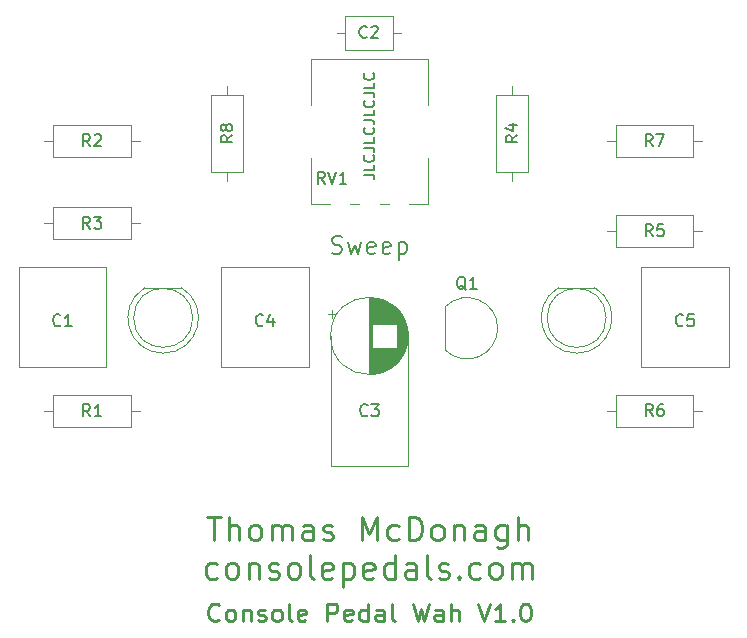
<source format=gbr>
G04 #@! TF.GenerationSoftware,KiCad,Pcbnew,(5.1.7)-1*
G04 #@! TF.CreationDate,2021-08-29T16:11:20-05:00*
G04 #@! TF.ProjectId,ConsolePedalWah,436f6e73-6f6c-4655-9065-64616c576168,rev?*
G04 #@! TF.SameCoordinates,Original*
G04 #@! TF.FileFunction,Legend,Top*
G04 #@! TF.FilePolarity,Positive*
%FSLAX46Y46*%
G04 Gerber Fmt 4.6, Leading zero omitted, Abs format (unit mm)*
G04 Created by KiCad (PCBNEW (5.1.7)-1) date 2021-08-29 16:11:20*
%MOMM*%
%LPD*%
G01*
G04 APERTURE LIST*
%ADD10C,0.200000*%
%ADD11C,0.150000*%
%ADD12C,0.250000*%
%ADD13C,0.120000*%
G04 APERTURE END LIST*
D10*
X129536428Y-90777142D02*
X129750714Y-90848571D01*
X130107857Y-90848571D01*
X130250714Y-90777142D01*
X130322142Y-90705714D01*
X130393571Y-90562857D01*
X130393571Y-90420000D01*
X130322142Y-90277142D01*
X130250714Y-90205714D01*
X130107857Y-90134285D01*
X129822142Y-90062857D01*
X129679285Y-89991428D01*
X129607857Y-89920000D01*
X129536428Y-89777142D01*
X129536428Y-89634285D01*
X129607857Y-89491428D01*
X129679285Y-89420000D01*
X129822142Y-89348571D01*
X130179285Y-89348571D01*
X130393571Y-89420000D01*
X130893571Y-89848571D02*
X131179285Y-90848571D01*
X131465000Y-90134285D01*
X131750714Y-90848571D01*
X132036428Y-89848571D01*
X133179285Y-90777142D02*
X133036428Y-90848571D01*
X132750714Y-90848571D01*
X132607857Y-90777142D01*
X132536428Y-90634285D01*
X132536428Y-90062857D01*
X132607857Y-89920000D01*
X132750714Y-89848571D01*
X133036428Y-89848571D01*
X133179285Y-89920000D01*
X133250714Y-90062857D01*
X133250714Y-90205714D01*
X132536428Y-90348571D01*
X134465000Y-90777142D02*
X134322142Y-90848571D01*
X134036428Y-90848571D01*
X133893571Y-90777142D01*
X133822142Y-90634285D01*
X133822142Y-90062857D01*
X133893571Y-89920000D01*
X134036428Y-89848571D01*
X134322142Y-89848571D01*
X134465000Y-89920000D01*
X134536428Y-90062857D01*
X134536428Y-90205714D01*
X133822142Y-90348571D01*
X135179285Y-89848571D02*
X135179285Y-91348571D01*
X135179285Y-89920000D02*
X135322142Y-89848571D01*
X135607857Y-89848571D01*
X135750714Y-89920000D01*
X135822142Y-89991428D01*
X135893571Y-90134285D01*
X135893571Y-90562857D01*
X135822142Y-90705714D01*
X135750714Y-90777142D01*
X135607857Y-90848571D01*
X135322142Y-90848571D01*
X135179285Y-90777142D01*
D11*
X132222142Y-84167142D02*
X132865000Y-84167142D01*
X132993571Y-84210000D01*
X133079285Y-84295714D01*
X133122142Y-84424285D01*
X133122142Y-84510000D01*
X133122142Y-83310000D02*
X133122142Y-83738571D01*
X132222142Y-83738571D01*
X133036428Y-82495714D02*
X133079285Y-82538571D01*
X133122142Y-82667142D01*
X133122142Y-82752857D01*
X133079285Y-82881428D01*
X132993571Y-82967142D01*
X132907857Y-83010000D01*
X132736428Y-83052857D01*
X132607857Y-83052857D01*
X132436428Y-83010000D01*
X132350714Y-82967142D01*
X132265000Y-82881428D01*
X132222142Y-82752857D01*
X132222142Y-82667142D01*
X132265000Y-82538571D01*
X132307857Y-82495714D01*
X132222142Y-81852857D02*
X132865000Y-81852857D01*
X132993571Y-81895714D01*
X133079285Y-81981428D01*
X133122142Y-82110000D01*
X133122142Y-82195714D01*
X133122142Y-80995714D02*
X133122142Y-81424285D01*
X132222142Y-81424285D01*
X133036428Y-80181428D02*
X133079285Y-80224285D01*
X133122142Y-80352857D01*
X133122142Y-80438571D01*
X133079285Y-80567142D01*
X132993571Y-80652857D01*
X132907857Y-80695714D01*
X132736428Y-80738571D01*
X132607857Y-80738571D01*
X132436428Y-80695714D01*
X132350714Y-80652857D01*
X132265000Y-80567142D01*
X132222142Y-80438571D01*
X132222142Y-80352857D01*
X132265000Y-80224285D01*
X132307857Y-80181428D01*
X132222142Y-79538571D02*
X132865000Y-79538571D01*
X132993571Y-79581428D01*
X133079285Y-79667142D01*
X133122142Y-79795714D01*
X133122142Y-79881428D01*
X133122142Y-78681428D02*
X133122142Y-79110000D01*
X132222142Y-79110000D01*
X133036428Y-77867142D02*
X133079285Y-77910000D01*
X133122142Y-78038571D01*
X133122142Y-78124285D01*
X133079285Y-78252857D01*
X132993571Y-78338571D01*
X132907857Y-78381428D01*
X132736428Y-78424285D01*
X132607857Y-78424285D01*
X132436428Y-78381428D01*
X132350714Y-78338571D01*
X132265000Y-78252857D01*
X132222142Y-78124285D01*
X132222142Y-78038571D01*
X132265000Y-77910000D01*
X132307857Y-77867142D01*
X132222142Y-77224285D02*
X132865000Y-77224285D01*
X132993571Y-77267142D01*
X133079285Y-77352857D01*
X133122142Y-77481428D01*
X133122142Y-77567142D01*
X133122142Y-76367142D02*
X133122142Y-76795714D01*
X132222142Y-76795714D01*
X133036428Y-75552857D02*
X133079285Y-75595714D01*
X133122142Y-75724285D01*
X133122142Y-75810000D01*
X133079285Y-75938571D01*
X132993571Y-76024285D01*
X132907857Y-76067142D01*
X132736428Y-76110000D01*
X132607857Y-76110000D01*
X132436428Y-76067142D01*
X132350714Y-76024285D01*
X132265000Y-75938571D01*
X132222142Y-75810000D01*
X132222142Y-75724285D01*
X132265000Y-75595714D01*
X132307857Y-75552857D01*
D12*
X120000714Y-121820714D02*
X119929285Y-121892142D01*
X119715000Y-121963571D01*
X119572142Y-121963571D01*
X119357857Y-121892142D01*
X119215000Y-121749285D01*
X119143571Y-121606428D01*
X119072142Y-121320714D01*
X119072142Y-121106428D01*
X119143571Y-120820714D01*
X119215000Y-120677857D01*
X119357857Y-120535000D01*
X119572142Y-120463571D01*
X119715000Y-120463571D01*
X119929285Y-120535000D01*
X120000714Y-120606428D01*
X120857857Y-121963571D02*
X120715000Y-121892142D01*
X120643571Y-121820714D01*
X120572142Y-121677857D01*
X120572142Y-121249285D01*
X120643571Y-121106428D01*
X120715000Y-121035000D01*
X120857857Y-120963571D01*
X121072142Y-120963571D01*
X121215000Y-121035000D01*
X121286428Y-121106428D01*
X121357857Y-121249285D01*
X121357857Y-121677857D01*
X121286428Y-121820714D01*
X121215000Y-121892142D01*
X121072142Y-121963571D01*
X120857857Y-121963571D01*
X122000714Y-120963571D02*
X122000714Y-121963571D01*
X122000714Y-121106428D02*
X122072142Y-121035000D01*
X122215000Y-120963571D01*
X122429285Y-120963571D01*
X122572142Y-121035000D01*
X122643571Y-121177857D01*
X122643571Y-121963571D01*
X123286428Y-121892142D02*
X123429285Y-121963571D01*
X123715000Y-121963571D01*
X123857857Y-121892142D01*
X123929285Y-121749285D01*
X123929285Y-121677857D01*
X123857857Y-121535000D01*
X123715000Y-121463571D01*
X123500714Y-121463571D01*
X123357857Y-121392142D01*
X123286428Y-121249285D01*
X123286428Y-121177857D01*
X123357857Y-121035000D01*
X123500714Y-120963571D01*
X123715000Y-120963571D01*
X123857857Y-121035000D01*
X124786428Y-121963571D02*
X124643571Y-121892142D01*
X124572142Y-121820714D01*
X124500714Y-121677857D01*
X124500714Y-121249285D01*
X124572142Y-121106428D01*
X124643571Y-121035000D01*
X124786428Y-120963571D01*
X125000714Y-120963571D01*
X125143571Y-121035000D01*
X125215000Y-121106428D01*
X125286428Y-121249285D01*
X125286428Y-121677857D01*
X125215000Y-121820714D01*
X125143571Y-121892142D01*
X125000714Y-121963571D01*
X124786428Y-121963571D01*
X126143571Y-121963571D02*
X126000714Y-121892142D01*
X125929285Y-121749285D01*
X125929285Y-120463571D01*
X127286428Y-121892142D02*
X127143571Y-121963571D01*
X126857857Y-121963571D01*
X126715000Y-121892142D01*
X126643571Y-121749285D01*
X126643571Y-121177857D01*
X126715000Y-121035000D01*
X126857857Y-120963571D01*
X127143571Y-120963571D01*
X127286428Y-121035000D01*
X127357857Y-121177857D01*
X127357857Y-121320714D01*
X126643571Y-121463571D01*
X129143571Y-121963571D02*
X129143571Y-120463571D01*
X129715000Y-120463571D01*
X129857857Y-120535000D01*
X129929285Y-120606428D01*
X130000714Y-120749285D01*
X130000714Y-120963571D01*
X129929285Y-121106428D01*
X129857857Y-121177857D01*
X129715000Y-121249285D01*
X129143571Y-121249285D01*
X131215000Y-121892142D02*
X131072142Y-121963571D01*
X130786428Y-121963571D01*
X130643571Y-121892142D01*
X130572142Y-121749285D01*
X130572142Y-121177857D01*
X130643571Y-121035000D01*
X130786428Y-120963571D01*
X131072142Y-120963571D01*
X131215000Y-121035000D01*
X131286428Y-121177857D01*
X131286428Y-121320714D01*
X130572142Y-121463571D01*
X132572142Y-121963571D02*
X132572142Y-120463571D01*
X132572142Y-121892142D02*
X132429285Y-121963571D01*
X132143571Y-121963571D01*
X132000714Y-121892142D01*
X131929285Y-121820714D01*
X131857857Y-121677857D01*
X131857857Y-121249285D01*
X131929285Y-121106428D01*
X132000714Y-121035000D01*
X132143571Y-120963571D01*
X132429285Y-120963571D01*
X132572142Y-121035000D01*
X133929285Y-121963571D02*
X133929285Y-121177857D01*
X133857857Y-121035000D01*
X133715000Y-120963571D01*
X133429285Y-120963571D01*
X133286428Y-121035000D01*
X133929285Y-121892142D02*
X133786428Y-121963571D01*
X133429285Y-121963571D01*
X133286428Y-121892142D01*
X133215000Y-121749285D01*
X133215000Y-121606428D01*
X133286428Y-121463571D01*
X133429285Y-121392142D01*
X133786428Y-121392142D01*
X133929285Y-121320714D01*
X134857857Y-121963571D02*
X134715000Y-121892142D01*
X134643571Y-121749285D01*
X134643571Y-120463571D01*
X136429285Y-120463571D02*
X136786428Y-121963571D01*
X137072142Y-120892142D01*
X137357857Y-121963571D01*
X137715000Y-120463571D01*
X138929285Y-121963571D02*
X138929285Y-121177857D01*
X138857857Y-121035000D01*
X138715000Y-120963571D01*
X138429285Y-120963571D01*
X138286428Y-121035000D01*
X138929285Y-121892142D02*
X138786428Y-121963571D01*
X138429285Y-121963571D01*
X138286428Y-121892142D01*
X138215000Y-121749285D01*
X138215000Y-121606428D01*
X138286428Y-121463571D01*
X138429285Y-121392142D01*
X138786428Y-121392142D01*
X138929285Y-121320714D01*
X139643571Y-121963571D02*
X139643571Y-120463571D01*
X140286428Y-121963571D02*
X140286428Y-121177857D01*
X140215000Y-121035000D01*
X140072142Y-120963571D01*
X139857857Y-120963571D01*
X139715000Y-121035000D01*
X139643571Y-121106428D01*
X141929285Y-120463571D02*
X142429285Y-121963571D01*
X142929285Y-120463571D01*
X144215000Y-121963571D02*
X143357857Y-121963571D01*
X143786428Y-121963571D02*
X143786428Y-120463571D01*
X143643571Y-120677857D01*
X143500714Y-120820714D01*
X143357857Y-120892142D01*
X144857857Y-121820714D02*
X144929285Y-121892142D01*
X144857857Y-121963571D01*
X144786428Y-121892142D01*
X144857857Y-121820714D01*
X144857857Y-121963571D01*
X145857857Y-120463571D02*
X146000714Y-120463571D01*
X146143571Y-120535000D01*
X146215000Y-120606428D01*
X146286428Y-120749285D01*
X146357857Y-121035000D01*
X146357857Y-121392142D01*
X146286428Y-121677857D01*
X146215000Y-121820714D01*
X146143571Y-121892142D01*
X146000714Y-121963571D01*
X145857857Y-121963571D01*
X145715000Y-121892142D01*
X145643571Y-121820714D01*
X145572142Y-121677857D01*
X145500714Y-121392142D01*
X145500714Y-121035000D01*
X145572142Y-120749285D01*
X145643571Y-120606428D01*
X145715000Y-120535000D01*
X145857857Y-120463571D01*
X119000714Y-113103761D02*
X120143571Y-113103761D01*
X119572142Y-115103761D02*
X119572142Y-113103761D01*
X120810238Y-115103761D02*
X120810238Y-113103761D01*
X121667380Y-115103761D02*
X121667380Y-114056142D01*
X121572142Y-113865666D01*
X121381666Y-113770428D01*
X121095952Y-113770428D01*
X120905476Y-113865666D01*
X120810238Y-113960904D01*
X122905476Y-115103761D02*
X122715000Y-115008523D01*
X122619761Y-114913285D01*
X122524523Y-114722809D01*
X122524523Y-114151380D01*
X122619761Y-113960904D01*
X122715000Y-113865666D01*
X122905476Y-113770428D01*
X123191190Y-113770428D01*
X123381666Y-113865666D01*
X123476904Y-113960904D01*
X123572142Y-114151380D01*
X123572142Y-114722809D01*
X123476904Y-114913285D01*
X123381666Y-115008523D01*
X123191190Y-115103761D01*
X122905476Y-115103761D01*
X124429285Y-115103761D02*
X124429285Y-113770428D01*
X124429285Y-113960904D02*
X124524523Y-113865666D01*
X124715000Y-113770428D01*
X125000714Y-113770428D01*
X125191190Y-113865666D01*
X125286428Y-114056142D01*
X125286428Y-115103761D01*
X125286428Y-114056142D02*
X125381666Y-113865666D01*
X125572142Y-113770428D01*
X125857857Y-113770428D01*
X126048333Y-113865666D01*
X126143571Y-114056142D01*
X126143571Y-115103761D01*
X127953095Y-115103761D02*
X127953095Y-114056142D01*
X127857857Y-113865666D01*
X127667380Y-113770428D01*
X127286428Y-113770428D01*
X127095952Y-113865666D01*
X127953095Y-115008523D02*
X127762619Y-115103761D01*
X127286428Y-115103761D01*
X127095952Y-115008523D01*
X127000714Y-114818047D01*
X127000714Y-114627571D01*
X127095952Y-114437095D01*
X127286428Y-114341857D01*
X127762619Y-114341857D01*
X127953095Y-114246619D01*
X128810238Y-115008523D02*
X129000714Y-115103761D01*
X129381666Y-115103761D01*
X129572142Y-115008523D01*
X129667380Y-114818047D01*
X129667380Y-114722809D01*
X129572142Y-114532333D01*
X129381666Y-114437095D01*
X129095952Y-114437095D01*
X128905476Y-114341857D01*
X128810238Y-114151380D01*
X128810238Y-114056142D01*
X128905476Y-113865666D01*
X129095952Y-113770428D01*
X129381666Y-113770428D01*
X129572142Y-113865666D01*
X132048333Y-115103761D02*
X132048333Y-113103761D01*
X132715000Y-114532333D01*
X133381666Y-113103761D01*
X133381666Y-115103761D01*
X135191190Y-115008523D02*
X135000714Y-115103761D01*
X134619761Y-115103761D01*
X134429285Y-115008523D01*
X134334047Y-114913285D01*
X134238809Y-114722809D01*
X134238809Y-114151380D01*
X134334047Y-113960904D01*
X134429285Y-113865666D01*
X134619761Y-113770428D01*
X135000714Y-113770428D01*
X135191190Y-113865666D01*
X136048333Y-115103761D02*
X136048333Y-113103761D01*
X136524523Y-113103761D01*
X136810238Y-113199000D01*
X137000714Y-113389476D01*
X137095952Y-113579952D01*
X137191190Y-113960904D01*
X137191190Y-114246619D01*
X137095952Y-114627571D01*
X137000714Y-114818047D01*
X136810238Y-115008523D01*
X136524523Y-115103761D01*
X136048333Y-115103761D01*
X138334047Y-115103761D02*
X138143571Y-115008523D01*
X138048333Y-114913285D01*
X137953095Y-114722809D01*
X137953095Y-114151380D01*
X138048333Y-113960904D01*
X138143571Y-113865666D01*
X138334047Y-113770428D01*
X138619761Y-113770428D01*
X138810238Y-113865666D01*
X138905476Y-113960904D01*
X139000714Y-114151380D01*
X139000714Y-114722809D01*
X138905476Y-114913285D01*
X138810238Y-115008523D01*
X138619761Y-115103761D01*
X138334047Y-115103761D01*
X139857857Y-113770428D02*
X139857857Y-115103761D01*
X139857857Y-113960904D02*
X139953095Y-113865666D01*
X140143571Y-113770428D01*
X140429285Y-113770428D01*
X140619761Y-113865666D01*
X140715000Y-114056142D01*
X140715000Y-115103761D01*
X142524523Y-115103761D02*
X142524523Y-114056142D01*
X142429285Y-113865666D01*
X142238809Y-113770428D01*
X141857857Y-113770428D01*
X141667380Y-113865666D01*
X142524523Y-115008523D02*
X142334047Y-115103761D01*
X141857857Y-115103761D01*
X141667380Y-115008523D01*
X141572142Y-114818047D01*
X141572142Y-114627571D01*
X141667380Y-114437095D01*
X141857857Y-114341857D01*
X142334047Y-114341857D01*
X142524523Y-114246619D01*
X144334047Y-113770428D02*
X144334047Y-115389476D01*
X144238809Y-115579952D01*
X144143571Y-115675190D01*
X143953095Y-115770428D01*
X143667380Y-115770428D01*
X143476904Y-115675190D01*
X144334047Y-115008523D02*
X144143571Y-115103761D01*
X143762619Y-115103761D01*
X143572142Y-115008523D01*
X143476904Y-114913285D01*
X143381666Y-114722809D01*
X143381666Y-114151380D01*
X143476904Y-113960904D01*
X143572142Y-113865666D01*
X143762619Y-113770428D01*
X144143571Y-113770428D01*
X144334047Y-113865666D01*
X145286428Y-115103761D02*
X145286428Y-113103761D01*
X146143571Y-115103761D02*
X146143571Y-114056142D01*
X146048333Y-113865666D01*
X145857857Y-113770428D01*
X145572142Y-113770428D01*
X145381666Y-113865666D01*
X145286428Y-113960904D01*
X119810238Y-118258523D02*
X119619761Y-118353761D01*
X119238809Y-118353761D01*
X119048333Y-118258523D01*
X118953095Y-118163285D01*
X118857857Y-117972809D01*
X118857857Y-117401380D01*
X118953095Y-117210904D01*
X119048333Y-117115666D01*
X119238809Y-117020428D01*
X119619761Y-117020428D01*
X119810238Y-117115666D01*
X120953095Y-118353761D02*
X120762619Y-118258523D01*
X120667380Y-118163285D01*
X120572142Y-117972809D01*
X120572142Y-117401380D01*
X120667380Y-117210904D01*
X120762619Y-117115666D01*
X120953095Y-117020428D01*
X121238809Y-117020428D01*
X121429285Y-117115666D01*
X121524523Y-117210904D01*
X121619761Y-117401380D01*
X121619761Y-117972809D01*
X121524523Y-118163285D01*
X121429285Y-118258523D01*
X121238809Y-118353761D01*
X120953095Y-118353761D01*
X122476904Y-117020428D02*
X122476904Y-118353761D01*
X122476904Y-117210904D02*
X122572142Y-117115666D01*
X122762619Y-117020428D01*
X123048333Y-117020428D01*
X123238809Y-117115666D01*
X123334047Y-117306142D01*
X123334047Y-118353761D01*
X124191190Y-118258523D02*
X124381666Y-118353761D01*
X124762619Y-118353761D01*
X124953095Y-118258523D01*
X125048333Y-118068047D01*
X125048333Y-117972809D01*
X124953095Y-117782333D01*
X124762619Y-117687095D01*
X124476904Y-117687095D01*
X124286428Y-117591857D01*
X124191190Y-117401380D01*
X124191190Y-117306142D01*
X124286428Y-117115666D01*
X124476904Y-117020428D01*
X124762619Y-117020428D01*
X124953095Y-117115666D01*
X126191190Y-118353761D02*
X126000714Y-118258523D01*
X125905476Y-118163285D01*
X125810238Y-117972809D01*
X125810238Y-117401380D01*
X125905476Y-117210904D01*
X126000714Y-117115666D01*
X126191190Y-117020428D01*
X126476904Y-117020428D01*
X126667380Y-117115666D01*
X126762619Y-117210904D01*
X126857857Y-117401380D01*
X126857857Y-117972809D01*
X126762619Y-118163285D01*
X126667380Y-118258523D01*
X126476904Y-118353761D01*
X126191190Y-118353761D01*
X128000714Y-118353761D02*
X127810238Y-118258523D01*
X127715000Y-118068047D01*
X127715000Y-116353761D01*
X129524523Y-118258523D02*
X129334047Y-118353761D01*
X128953095Y-118353761D01*
X128762619Y-118258523D01*
X128667380Y-118068047D01*
X128667380Y-117306142D01*
X128762619Y-117115666D01*
X128953095Y-117020428D01*
X129334047Y-117020428D01*
X129524523Y-117115666D01*
X129619761Y-117306142D01*
X129619761Y-117496619D01*
X128667380Y-117687095D01*
X130476904Y-117020428D02*
X130476904Y-119020428D01*
X130476904Y-117115666D02*
X130667380Y-117020428D01*
X131048333Y-117020428D01*
X131238809Y-117115666D01*
X131334047Y-117210904D01*
X131429285Y-117401380D01*
X131429285Y-117972809D01*
X131334047Y-118163285D01*
X131238809Y-118258523D01*
X131048333Y-118353761D01*
X130667380Y-118353761D01*
X130476904Y-118258523D01*
X133048333Y-118258523D02*
X132857857Y-118353761D01*
X132476904Y-118353761D01*
X132286428Y-118258523D01*
X132191190Y-118068047D01*
X132191190Y-117306142D01*
X132286428Y-117115666D01*
X132476904Y-117020428D01*
X132857857Y-117020428D01*
X133048333Y-117115666D01*
X133143571Y-117306142D01*
X133143571Y-117496619D01*
X132191190Y-117687095D01*
X134857857Y-118353761D02*
X134857857Y-116353761D01*
X134857857Y-118258523D02*
X134667380Y-118353761D01*
X134286428Y-118353761D01*
X134095952Y-118258523D01*
X134000714Y-118163285D01*
X133905476Y-117972809D01*
X133905476Y-117401380D01*
X134000714Y-117210904D01*
X134095952Y-117115666D01*
X134286428Y-117020428D01*
X134667380Y-117020428D01*
X134857857Y-117115666D01*
X136667380Y-118353761D02*
X136667380Y-117306142D01*
X136572142Y-117115666D01*
X136381666Y-117020428D01*
X136000714Y-117020428D01*
X135810238Y-117115666D01*
X136667380Y-118258523D02*
X136476904Y-118353761D01*
X136000714Y-118353761D01*
X135810238Y-118258523D01*
X135715000Y-118068047D01*
X135715000Y-117877571D01*
X135810238Y-117687095D01*
X136000714Y-117591857D01*
X136476904Y-117591857D01*
X136667380Y-117496619D01*
X137905476Y-118353761D02*
X137715000Y-118258523D01*
X137619761Y-118068047D01*
X137619761Y-116353761D01*
X138572142Y-118258523D02*
X138762619Y-118353761D01*
X139143571Y-118353761D01*
X139334047Y-118258523D01*
X139429285Y-118068047D01*
X139429285Y-117972809D01*
X139334047Y-117782333D01*
X139143571Y-117687095D01*
X138857857Y-117687095D01*
X138667380Y-117591857D01*
X138572142Y-117401380D01*
X138572142Y-117306142D01*
X138667380Y-117115666D01*
X138857857Y-117020428D01*
X139143571Y-117020428D01*
X139334047Y-117115666D01*
X140286428Y-118163285D02*
X140381666Y-118258523D01*
X140286428Y-118353761D01*
X140191190Y-118258523D01*
X140286428Y-118163285D01*
X140286428Y-118353761D01*
X142095952Y-118258523D02*
X141905476Y-118353761D01*
X141524523Y-118353761D01*
X141334047Y-118258523D01*
X141238809Y-118163285D01*
X141143571Y-117972809D01*
X141143571Y-117401380D01*
X141238809Y-117210904D01*
X141334047Y-117115666D01*
X141524523Y-117020428D01*
X141905476Y-117020428D01*
X142095952Y-117115666D01*
X143238809Y-118353761D02*
X143048333Y-118258523D01*
X142953095Y-118163285D01*
X142857857Y-117972809D01*
X142857857Y-117401380D01*
X142953095Y-117210904D01*
X143048333Y-117115666D01*
X143238809Y-117020428D01*
X143524523Y-117020428D01*
X143715000Y-117115666D01*
X143810238Y-117210904D01*
X143905476Y-117401380D01*
X143905476Y-117972809D01*
X143810238Y-118163285D01*
X143715000Y-118258523D01*
X143524523Y-118353761D01*
X143238809Y-118353761D01*
X144762619Y-118353761D02*
X144762619Y-117020428D01*
X144762619Y-117210904D02*
X144857857Y-117115666D01*
X145048333Y-117020428D01*
X145334047Y-117020428D01*
X145524523Y-117115666D01*
X145619761Y-117306142D01*
X145619761Y-118353761D01*
X145619761Y-117306142D02*
X145715000Y-117115666D01*
X145905476Y-117020428D01*
X146191190Y-117020428D01*
X146381666Y-117115666D01*
X146476904Y-117306142D01*
X146476904Y-118353761D01*
D13*
G04 #@! TO.C,D1*
X117750000Y-96270000D02*
G75*
G03*
X117750000Y-96270000I-2500000J0D01*
G01*
X116795000Y-93710000D02*
X113705000Y-93710000D01*
X115249538Y-99260000D02*
G75*
G03*
X116794830Y-93710000I462J2990000D01*
G01*
X115250462Y-99260000D02*
G75*
G02*
X113705170Y-93710000I-462J2990000D01*
G01*
G04 #@! TO.C,D2*
X151795000Y-93710000D02*
X148705000Y-93710000D01*
X152750000Y-96270000D02*
G75*
G03*
X152750000Y-96270000I-2500000J0D01*
G01*
X150250462Y-99260000D02*
G75*
G02*
X148705170Y-93710000I-462J2990000D01*
G01*
X150249538Y-99260000D02*
G75*
G03*
X151794830Y-93710000I462J2990000D01*
G01*
G04 #@! TO.C,R8*
X122020000Y-77375000D02*
X119280000Y-77375000D01*
X119280000Y-77375000D02*
X119280000Y-83915000D01*
X119280000Y-83915000D02*
X122020000Y-83915000D01*
X122020000Y-83915000D02*
X122020000Y-77375000D01*
X120650000Y-76605000D02*
X120650000Y-77375000D01*
X120650000Y-84685000D02*
X120650000Y-83915000D01*
G04 #@! TO.C,C1*
X110440000Y-100430000D02*
X103000000Y-100430000D01*
X110440000Y-91940000D02*
X103000000Y-91940000D01*
X110440000Y-100430000D02*
X110440000Y-91940000D01*
X103000000Y-100430000D02*
X103000000Y-91940000D01*
G04 #@! TO.C,C2*
X135365000Y-72136000D02*
X134675000Y-72136000D01*
X129945000Y-72136000D02*
X130635000Y-72136000D01*
X134675000Y-70716000D02*
X130635000Y-70716000D01*
X134675000Y-73556000D02*
X134675000Y-70716000D01*
X130635000Y-73556000D02*
X134675000Y-73556000D01*
X130635000Y-70716000D02*
X130635000Y-73556000D01*
G04 #@! TO.C,C4*
X120145000Y-100430000D02*
X120145000Y-91940000D01*
X127585000Y-100430000D02*
X127585000Y-91940000D01*
X127585000Y-91940000D02*
X120145000Y-91940000D01*
X127585000Y-100430000D02*
X120145000Y-100430000D01*
G04 #@! TO.C,C5*
X163145000Y-100430000D02*
X155705000Y-100430000D01*
X163145000Y-91940000D02*
X155705000Y-91940000D01*
X163145000Y-100430000D02*
X163145000Y-91940000D01*
X155705000Y-100430000D02*
X155705000Y-91940000D01*
G04 #@! TO.C,Q1*
X139120000Y-95355000D02*
X139120000Y-98955000D01*
X139131522Y-95316522D02*
G75*
G02*
X143570000Y-97155000I1838478J-1838478D01*
G01*
X139131522Y-98993478D02*
G75*
G03*
X143570000Y-97155000I1838478J1838478D01*
G01*
G04 #@! TO.C,R1*
X105180000Y-104140000D02*
X105950000Y-104140000D01*
X113260000Y-104140000D02*
X112490000Y-104140000D01*
X105950000Y-105510000D02*
X112490000Y-105510000D01*
X105950000Y-102770000D02*
X105950000Y-105510000D01*
X112490000Y-102770000D02*
X105950000Y-102770000D01*
X112490000Y-105510000D02*
X112490000Y-102770000D01*
G04 #@! TO.C,R2*
X105950000Y-79910000D02*
X105950000Y-82650000D01*
X105950000Y-82650000D02*
X112490000Y-82650000D01*
X112490000Y-82650000D02*
X112490000Y-79910000D01*
X112490000Y-79910000D02*
X105950000Y-79910000D01*
X105180000Y-81280000D02*
X105950000Y-81280000D01*
X113260000Y-81280000D02*
X112490000Y-81280000D01*
G04 #@! TO.C,R3*
X105950000Y-86895000D02*
X105950000Y-89635000D01*
X105950000Y-89635000D02*
X112490000Y-89635000D01*
X112490000Y-89635000D02*
X112490000Y-86895000D01*
X112490000Y-86895000D02*
X105950000Y-86895000D01*
X105180000Y-88265000D02*
X105950000Y-88265000D01*
X113260000Y-88265000D02*
X112490000Y-88265000D01*
G04 #@! TO.C,R4*
X144780000Y-76605000D02*
X144780000Y-77375000D01*
X144780000Y-84685000D02*
X144780000Y-83915000D01*
X143410000Y-77375000D02*
X143410000Y-83915000D01*
X146150000Y-77375000D02*
X143410000Y-77375000D01*
X146150000Y-83915000D02*
X146150000Y-77375000D01*
X143410000Y-83915000D02*
X146150000Y-83915000D01*
G04 #@! TO.C,R5*
X160885000Y-88900000D02*
X160115000Y-88900000D01*
X152805000Y-88900000D02*
X153575000Y-88900000D01*
X160115000Y-87530000D02*
X153575000Y-87530000D01*
X160115000Y-90270000D02*
X160115000Y-87530000D01*
X153575000Y-90270000D02*
X160115000Y-90270000D01*
X153575000Y-87530000D02*
X153575000Y-90270000D01*
G04 #@! TO.C,R6*
X152805000Y-104140000D02*
X153575000Y-104140000D01*
X160885000Y-104140000D02*
X160115000Y-104140000D01*
X153575000Y-105510000D02*
X160115000Y-105510000D01*
X153575000Y-102770000D02*
X153575000Y-105510000D01*
X160115000Y-102770000D02*
X153575000Y-102770000D01*
X160115000Y-105510000D02*
X160115000Y-102770000D01*
G04 #@! TO.C,R7*
X153575000Y-79910000D02*
X153575000Y-82650000D01*
X153575000Y-82650000D02*
X160115000Y-82650000D01*
X160115000Y-82650000D02*
X160115000Y-79910000D01*
X160115000Y-79910000D02*
X153575000Y-79910000D01*
X152805000Y-81280000D02*
X153575000Y-81280000D01*
X160885000Y-81280000D02*
X160115000Y-81280000D01*
G04 #@! TO.C,RV1*
X127745000Y-74380000D02*
X137685000Y-74380000D01*
X136085000Y-86620000D02*
X137685000Y-86620000D01*
X133586000Y-86620000D02*
X134345000Y-86620000D01*
X131086000Y-86620000D02*
X131845000Y-86620000D01*
X127745000Y-86620000D02*
X129344000Y-86620000D01*
X137685000Y-78245000D02*
X137685000Y-74380000D01*
X137685000Y-86620000D02*
X137685000Y-82755000D01*
X127745000Y-78245000D02*
X127745000Y-74380000D01*
X127745000Y-86620000D02*
X127745000Y-82755000D01*
G04 #@! TO.C,C3*
X129425000Y-108790000D02*
X135965000Y-108790000D01*
X135965000Y-97790000D02*
X135965000Y-108790000D01*
X129425000Y-97790000D02*
X129425000Y-108790000D01*
X135965000Y-97790000D02*
G75*
G03*
X135965000Y-97790000I-3270000J0D01*
G01*
X132695000Y-94560000D02*
X132695000Y-101020000D01*
X132735000Y-94560000D02*
X132735000Y-101020000D01*
X132775000Y-94560000D02*
X132775000Y-101020000D01*
X132815000Y-94562000D02*
X132815000Y-101018000D01*
X132855000Y-94563000D02*
X132855000Y-101017000D01*
X132895000Y-94566000D02*
X132895000Y-101014000D01*
X132935000Y-94568000D02*
X132935000Y-96750000D01*
X132935000Y-98830000D02*
X132935000Y-101012000D01*
X132975000Y-94572000D02*
X132975000Y-96750000D01*
X132975000Y-98830000D02*
X132975000Y-101008000D01*
X133015000Y-94575000D02*
X133015000Y-96750000D01*
X133015000Y-98830000D02*
X133015000Y-101005000D01*
X133055000Y-94579000D02*
X133055000Y-96750000D01*
X133055000Y-98830000D02*
X133055000Y-101001000D01*
X133095000Y-94584000D02*
X133095000Y-96750000D01*
X133095000Y-98830000D02*
X133095000Y-100996000D01*
X133135000Y-94589000D02*
X133135000Y-96750000D01*
X133135000Y-98830000D02*
X133135000Y-100991000D01*
X133175000Y-94595000D02*
X133175000Y-96750000D01*
X133175000Y-98830000D02*
X133175000Y-100985000D01*
X133215000Y-94601000D02*
X133215000Y-96750000D01*
X133215000Y-98830000D02*
X133215000Y-100979000D01*
X133255000Y-94608000D02*
X133255000Y-96750000D01*
X133255000Y-98830000D02*
X133255000Y-100972000D01*
X133295000Y-94615000D02*
X133295000Y-96750000D01*
X133295000Y-98830000D02*
X133295000Y-100965000D01*
X133335000Y-94623000D02*
X133335000Y-96750000D01*
X133335000Y-98830000D02*
X133335000Y-100957000D01*
X133375000Y-94631000D02*
X133375000Y-96750000D01*
X133375000Y-98830000D02*
X133375000Y-100949000D01*
X133416000Y-94640000D02*
X133416000Y-96750000D01*
X133416000Y-98830000D02*
X133416000Y-100940000D01*
X133456000Y-94649000D02*
X133456000Y-96750000D01*
X133456000Y-98830000D02*
X133456000Y-100931000D01*
X133496000Y-94659000D02*
X133496000Y-96750000D01*
X133496000Y-98830000D02*
X133496000Y-100921000D01*
X133536000Y-94669000D02*
X133536000Y-96750000D01*
X133536000Y-98830000D02*
X133536000Y-100911000D01*
X133576000Y-94680000D02*
X133576000Y-96750000D01*
X133576000Y-98830000D02*
X133576000Y-100900000D01*
X133616000Y-94692000D02*
X133616000Y-96750000D01*
X133616000Y-98830000D02*
X133616000Y-100888000D01*
X133656000Y-94704000D02*
X133656000Y-96750000D01*
X133656000Y-98830000D02*
X133656000Y-100876000D01*
X133696000Y-94716000D02*
X133696000Y-96750000D01*
X133696000Y-98830000D02*
X133696000Y-100864000D01*
X133736000Y-94729000D02*
X133736000Y-96750000D01*
X133736000Y-98830000D02*
X133736000Y-100851000D01*
X133776000Y-94743000D02*
X133776000Y-96750000D01*
X133776000Y-98830000D02*
X133776000Y-100837000D01*
X133816000Y-94757000D02*
X133816000Y-96750000D01*
X133816000Y-98830000D02*
X133816000Y-100823000D01*
X133856000Y-94772000D02*
X133856000Y-96750000D01*
X133856000Y-98830000D02*
X133856000Y-100808000D01*
X133896000Y-94788000D02*
X133896000Y-96750000D01*
X133896000Y-98830000D02*
X133896000Y-100792000D01*
X133936000Y-94804000D02*
X133936000Y-96750000D01*
X133936000Y-98830000D02*
X133936000Y-100776000D01*
X133976000Y-94820000D02*
X133976000Y-96750000D01*
X133976000Y-98830000D02*
X133976000Y-100760000D01*
X134016000Y-94838000D02*
X134016000Y-96750000D01*
X134016000Y-98830000D02*
X134016000Y-100742000D01*
X134056000Y-94856000D02*
X134056000Y-96750000D01*
X134056000Y-98830000D02*
X134056000Y-100724000D01*
X134096000Y-94874000D02*
X134096000Y-96750000D01*
X134096000Y-98830000D02*
X134096000Y-100706000D01*
X134136000Y-94894000D02*
X134136000Y-96750000D01*
X134136000Y-98830000D02*
X134136000Y-100686000D01*
X134176000Y-94914000D02*
X134176000Y-96750000D01*
X134176000Y-98830000D02*
X134176000Y-100666000D01*
X134216000Y-94934000D02*
X134216000Y-96750000D01*
X134216000Y-98830000D02*
X134216000Y-100646000D01*
X134256000Y-94956000D02*
X134256000Y-96750000D01*
X134256000Y-98830000D02*
X134256000Y-100624000D01*
X134296000Y-94978000D02*
X134296000Y-96750000D01*
X134296000Y-98830000D02*
X134296000Y-100602000D01*
X134336000Y-95000000D02*
X134336000Y-96750000D01*
X134336000Y-98830000D02*
X134336000Y-100580000D01*
X134376000Y-95024000D02*
X134376000Y-96750000D01*
X134376000Y-98830000D02*
X134376000Y-100556000D01*
X134416000Y-95048000D02*
X134416000Y-96750000D01*
X134416000Y-98830000D02*
X134416000Y-100532000D01*
X134456000Y-95074000D02*
X134456000Y-96750000D01*
X134456000Y-98830000D02*
X134456000Y-100506000D01*
X134496000Y-95100000D02*
X134496000Y-96750000D01*
X134496000Y-98830000D02*
X134496000Y-100480000D01*
X134536000Y-95126000D02*
X134536000Y-96750000D01*
X134536000Y-98830000D02*
X134536000Y-100454000D01*
X134576000Y-95154000D02*
X134576000Y-96750000D01*
X134576000Y-98830000D02*
X134576000Y-100426000D01*
X134616000Y-95183000D02*
X134616000Y-96750000D01*
X134616000Y-98830000D02*
X134616000Y-100397000D01*
X134656000Y-95212000D02*
X134656000Y-96750000D01*
X134656000Y-98830000D02*
X134656000Y-100368000D01*
X134696000Y-95242000D02*
X134696000Y-96750000D01*
X134696000Y-98830000D02*
X134696000Y-100338000D01*
X134736000Y-95274000D02*
X134736000Y-96750000D01*
X134736000Y-98830000D02*
X134736000Y-100306000D01*
X134776000Y-95306000D02*
X134776000Y-96750000D01*
X134776000Y-98830000D02*
X134776000Y-100274000D01*
X134816000Y-95340000D02*
X134816000Y-96750000D01*
X134816000Y-98830000D02*
X134816000Y-100240000D01*
X134856000Y-95374000D02*
X134856000Y-96750000D01*
X134856000Y-98830000D02*
X134856000Y-100206000D01*
X134896000Y-95410000D02*
X134896000Y-96750000D01*
X134896000Y-98830000D02*
X134896000Y-100170000D01*
X134936000Y-95447000D02*
X134936000Y-96750000D01*
X134936000Y-98830000D02*
X134936000Y-100133000D01*
X134976000Y-95485000D02*
X134976000Y-96750000D01*
X134976000Y-98830000D02*
X134976000Y-100095000D01*
X135016000Y-95525000D02*
X135016000Y-100055000D01*
X135056000Y-95566000D02*
X135056000Y-100014000D01*
X135096000Y-95608000D02*
X135096000Y-99972000D01*
X135136000Y-95653000D02*
X135136000Y-99927000D01*
X135176000Y-95698000D02*
X135176000Y-99882000D01*
X135216000Y-95746000D02*
X135216000Y-99834000D01*
X135256000Y-95795000D02*
X135256000Y-99785000D01*
X135296000Y-95846000D02*
X135296000Y-99734000D01*
X135336000Y-95900000D02*
X135336000Y-99680000D01*
X135376000Y-95956000D02*
X135376000Y-99624000D01*
X135416000Y-96014000D02*
X135416000Y-99566000D01*
X135456000Y-96076000D02*
X135456000Y-99504000D01*
X135496000Y-96140000D02*
X135496000Y-99440000D01*
X135536000Y-96209000D02*
X135536000Y-99371000D01*
X135576000Y-96281000D02*
X135576000Y-99299000D01*
X135616000Y-96358000D02*
X135616000Y-99222000D01*
X135656000Y-96440000D02*
X135656000Y-99140000D01*
X135696000Y-96528000D02*
X135696000Y-99052000D01*
X135736000Y-96625000D02*
X135736000Y-98955000D01*
X135776000Y-96731000D02*
X135776000Y-98849000D01*
X135816000Y-96850000D02*
X135816000Y-98730000D01*
X135856000Y-96988000D02*
X135856000Y-98592000D01*
X135896000Y-97157000D02*
X135896000Y-98423000D01*
X135936000Y-97388000D02*
X135936000Y-98192000D01*
X129194759Y-95951000D02*
X129824759Y-95951000D01*
X129509759Y-95636000D02*
X129509759Y-96266000D01*
G04 #@! TO.C,R8*
D11*
X121102380Y-80811666D02*
X120626190Y-81145000D01*
X121102380Y-81383095D02*
X120102380Y-81383095D01*
X120102380Y-81002142D01*
X120150000Y-80906904D01*
X120197619Y-80859285D01*
X120292857Y-80811666D01*
X120435714Y-80811666D01*
X120530952Y-80859285D01*
X120578571Y-80906904D01*
X120626190Y-81002142D01*
X120626190Y-81383095D01*
X120530952Y-80240238D02*
X120483333Y-80335476D01*
X120435714Y-80383095D01*
X120340476Y-80430714D01*
X120292857Y-80430714D01*
X120197619Y-80383095D01*
X120150000Y-80335476D01*
X120102380Y-80240238D01*
X120102380Y-80049761D01*
X120150000Y-79954523D01*
X120197619Y-79906904D01*
X120292857Y-79859285D01*
X120340476Y-79859285D01*
X120435714Y-79906904D01*
X120483333Y-79954523D01*
X120530952Y-80049761D01*
X120530952Y-80240238D01*
X120578571Y-80335476D01*
X120626190Y-80383095D01*
X120721428Y-80430714D01*
X120911904Y-80430714D01*
X121007142Y-80383095D01*
X121054761Y-80335476D01*
X121102380Y-80240238D01*
X121102380Y-80049761D01*
X121054761Y-79954523D01*
X121007142Y-79906904D01*
X120911904Y-79859285D01*
X120721428Y-79859285D01*
X120626190Y-79906904D01*
X120578571Y-79954523D01*
X120530952Y-80049761D01*
G04 #@! TO.C,C1*
X106553333Y-96877142D02*
X106505714Y-96924761D01*
X106362857Y-96972380D01*
X106267619Y-96972380D01*
X106124761Y-96924761D01*
X106029523Y-96829523D01*
X105981904Y-96734285D01*
X105934285Y-96543809D01*
X105934285Y-96400952D01*
X105981904Y-96210476D01*
X106029523Y-96115238D01*
X106124761Y-96020000D01*
X106267619Y-95972380D01*
X106362857Y-95972380D01*
X106505714Y-96020000D01*
X106553333Y-96067619D01*
X107505714Y-96972380D02*
X106934285Y-96972380D01*
X107220000Y-96972380D02*
X107220000Y-95972380D01*
X107124761Y-96115238D01*
X107029523Y-96210476D01*
X106934285Y-96258095D01*
G04 #@! TO.C,C2*
X132488333Y-72470141D02*
X132440714Y-72517760D01*
X132297857Y-72565379D01*
X132202619Y-72565379D01*
X132059761Y-72517760D01*
X131964523Y-72422522D01*
X131916904Y-72327284D01*
X131869285Y-72136808D01*
X131869285Y-71993951D01*
X131916904Y-71803475D01*
X131964523Y-71708237D01*
X132059761Y-71612999D01*
X132202619Y-71565379D01*
X132297857Y-71565379D01*
X132440714Y-71612999D01*
X132488333Y-71660618D01*
X132869285Y-71660618D02*
X132916904Y-71612999D01*
X133012142Y-71565379D01*
X133250238Y-71565379D01*
X133345476Y-71612999D01*
X133393095Y-71660618D01*
X133440714Y-71755856D01*
X133440714Y-71851094D01*
X133393095Y-71993951D01*
X132821666Y-72565379D01*
X133440714Y-72565379D01*
G04 #@! TO.C,C4*
X123698333Y-96877142D02*
X123650714Y-96924761D01*
X123507857Y-96972380D01*
X123412619Y-96972380D01*
X123269761Y-96924761D01*
X123174523Y-96829523D01*
X123126904Y-96734285D01*
X123079285Y-96543809D01*
X123079285Y-96400952D01*
X123126904Y-96210476D01*
X123174523Y-96115238D01*
X123269761Y-96020000D01*
X123412619Y-95972380D01*
X123507857Y-95972380D01*
X123650714Y-96020000D01*
X123698333Y-96067619D01*
X124555476Y-96305714D02*
X124555476Y-96972380D01*
X124317380Y-95924761D02*
X124079285Y-96639047D01*
X124698333Y-96639047D01*
G04 #@! TO.C,C5*
X159258333Y-96877142D02*
X159210714Y-96924761D01*
X159067857Y-96972380D01*
X158972619Y-96972380D01*
X158829761Y-96924761D01*
X158734523Y-96829523D01*
X158686904Y-96734285D01*
X158639285Y-96543809D01*
X158639285Y-96400952D01*
X158686904Y-96210476D01*
X158734523Y-96115238D01*
X158829761Y-96020000D01*
X158972619Y-95972380D01*
X159067857Y-95972380D01*
X159210714Y-96020000D01*
X159258333Y-96067619D01*
X160163095Y-95972380D02*
X159686904Y-95972380D01*
X159639285Y-96448571D01*
X159686904Y-96400952D01*
X159782142Y-96353333D01*
X160020238Y-96353333D01*
X160115476Y-96400952D01*
X160163095Y-96448571D01*
X160210714Y-96543809D01*
X160210714Y-96781904D01*
X160163095Y-96877142D01*
X160115476Y-96924761D01*
X160020238Y-96972380D01*
X159782142Y-96972380D01*
X159686904Y-96924761D01*
X159639285Y-96877142D01*
G04 #@! TO.C,Q1*
X140874761Y-93892619D02*
X140779523Y-93845000D01*
X140684285Y-93749761D01*
X140541428Y-93606904D01*
X140446190Y-93559285D01*
X140350952Y-93559285D01*
X140398571Y-93797380D02*
X140303333Y-93749761D01*
X140208095Y-93654523D01*
X140160476Y-93464047D01*
X140160476Y-93130714D01*
X140208095Y-92940238D01*
X140303333Y-92845000D01*
X140398571Y-92797380D01*
X140589047Y-92797380D01*
X140684285Y-92845000D01*
X140779523Y-92940238D01*
X140827142Y-93130714D01*
X140827142Y-93464047D01*
X140779523Y-93654523D01*
X140684285Y-93749761D01*
X140589047Y-93797380D01*
X140398571Y-93797380D01*
X141779523Y-93797380D02*
X141208095Y-93797380D01*
X141493809Y-93797380D02*
X141493809Y-92797380D01*
X141398571Y-92940238D01*
X141303333Y-93035476D01*
X141208095Y-93083095D01*
G04 #@! TO.C,R1*
X109053333Y-104592380D02*
X108720000Y-104116190D01*
X108481904Y-104592380D02*
X108481904Y-103592380D01*
X108862857Y-103592380D01*
X108958095Y-103640000D01*
X109005714Y-103687619D01*
X109053333Y-103782857D01*
X109053333Y-103925714D01*
X109005714Y-104020952D01*
X108958095Y-104068571D01*
X108862857Y-104116190D01*
X108481904Y-104116190D01*
X110005714Y-104592380D02*
X109434285Y-104592380D01*
X109720000Y-104592380D02*
X109720000Y-103592380D01*
X109624761Y-103735238D01*
X109529523Y-103830476D01*
X109434285Y-103878095D01*
G04 #@! TO.C,R2*
X109053333Y-81732380D02*
X108720000Y-81256190D01*
X108481904Y-81732380D02*
X108481904Y-80732380D01*
X108862857Y-80732380D01*
X108958095Y-80780000D01*
X109005714Y-80827619D01*
X109053333Y-80922857D01*
X109053333Y-81065714D01*
X109005714Y-81160952D01*
X108958095Y-81208571D01*
X108862857Y-81256190D01*
X108481904Y-81256190D01*
X109434285Y-80827619D02*
X109481904Y-80780000D01*
X109577142Y-80732380D01*
X109815238Y-80732380D01*
X109910476Y-80780000D01*
X109958095Y-80827619D01*
X110005714Y-80922857D01*
X110005714Y-81018095D01*
X109958095Y-81160952D01*
X109386666Y-81732380D01*
X110005714Y-81732380D01*
G04 #@! TO.C,R3*
X109053333Y-88717380D02*
X108720000Y-88241190D01*
X108481904Y-88717380D02*
X108481904Y-87717380D01*
X108862857Y-87717380D01*
X108958095Y-87765000D01*
X109005714Y-87812619D01*
X109053333Y-87907857D01*
X109053333Y-88050714D01*
X109005714Y-88145952D01*
X108958095Y-88193571D01*
X108862857Y-88241190D01*
X108481904Y-88241190D01*
X109386666Y-87717380D02*
X110005714Y-87717380D01*
X109672380Y-88098333D01*
X109815238Y-88098333D01*
X109910476Y-88145952D01*
X109958095Y-88193571D01*
X110005714Y-88288809D01*
X110005714Y-88526904D01*
X109958095Y-88622142D01*
X109910476Y-88669761D01*
X109815238Y-88717380D01*
X109529523Y-88717380D01*
X109434285Y-88669761D01*
X109386666Y-88622142D01*
G04 #@! TO.C,R4*
X145232379Y-80811666D02*
X144756189Y-81145000D01*
X145232379Y-81383095D02*
X144232379Y-81383095D01*
X144232379Y-81002142D01*
X144279999Y-80906904D01*
X144327618Y-80859285D01*
X144422856Y-80811666D01*
X144565713Y-80811666D01*
X144660951Y-80859285D01*
X144708570Y-80906904D01*
X144756189Y-81002142D01*
X144756189Y-81383095D01*
X144565713Y-79954523D02*
X145232379Y-79954523D01*
X144184760Y-80192619D02*
X144899046Y-80430714D01*
X144899046Y-79811666D01*
G04 #@! TO.C,R5*
X156678333Y-89352380D02*
X156345000Y-88876190D01*
X156106904Y-89352380D02*
X156106904Y-88352380D01*
X156487857Y-88352380D01*
X156583095Y-88400000D01*
X156630714Y-88447619D01*
X156678333Y-88542857D01*
X156678333Y-88685714D01*
X156630714Y-88780952D01*
X156583095Y-88828571D01*
X156487857Y-88876190D01*
X156106904Y-88876190D01*
X157583095Y-88352380D02*
X157106904Y-88352380D01*
X157059285Y-88828571D01*
X157106904Y-88780952D01*
X157202142Y-88733333D01*
X157440238Y-88733333D01*
X157535476Y-88780952D01*
X157583095Y-88828571D01*
X157630714Y-88923809D01*
X157630714Y-89161904D01*
X157583095Y-89257142D01*
X157535476Y-89304761D01*
X157440238Y-89352380D01*
X157202142Y-89352380D01*
X157106904Y-89304761D01*
X157059285Y-89257142D01*
G04 #@! TO.C,R6*
X156693334Y-104579381D02*
X156360001Y-104103191D01*
X156121905Y-104579381D02*
X156121905Y-103579381D01*
X156502858Y-103579381D01*
X156598096Y-103627001D01*
X156645715Y-103674620D01*
X156693334Y-103769858D01*
X156693334Y-103912715D01*
X156645715Y-104007953D01*
X156598096Y-104055572D01*
X156502858Y-104103191D01*
X156121905Y-104103191D01*
X157550477Y-103579381D02*
X157360001Y-103579381D01*
X157264762Y-103627001D01*
X157217143Y-103674620D01*
X157121905Y-103817477D01*
X157074286Y-104007953D01*
X157074286Y-104388905D01*
X157121905Y-104484143D01*
X157169524Y-104531762D01*
X157264762Y-104579381D01*
X157455239Y-104579381D01*
X157550477Y-104531762D01*
X157598096Y-104484143D01*
X157645715Y-104388905D01*
X157645715Y-104150810D01*
X157598096Y-104055572D01*
X157550477Y-104007953D01*
X157455239Y-103960334D01*
X157264762Y-103960334D01*
X157169524Y-104007953D01*
X157121905Y-104055572D01*
X157074286Y-104150810D01*
G04 #@! TO.C,R7*
X156678333Y-81731379D02*
X156345000Y-81255189D01*
X156106904Y-81731379D02*
X156106904Y-80731379D01*
X156487857Y-80731379D01*
X156583095Y-80778999D01*
X156630714Y-80826618D01*
X156678333Y-80921856D01*
X156678333Y-81064713D01*
X156630714Y-81159951D01*
X156583095Y-81207570D01*
X156487857Y-81255189D01*
X156106904Y-81255189D01*
X157011666Y-80731379D02*
X157678333Y-80731379D01*
X157249761Y-81731379D01*
G04 #@! TO.C,RV1*
X128944761Y-84907380D02*
X128611428Y-84431190D01*
X128373333Y-84907380D02*
X128373333Y-83907380D01*
X128754285Y-83907380D01*
X128849523Y-83955000D01*
X128897142Y-84002619D01*
X128944761Y-84097857D01*
X128944761Y-84240714D01*
X128897142Y-84335952D01*
X128849523Y-84383571D01*
X128754285Y-84431190D01*
X128373333Y-84431190D01*
X129230476Y-83907380D02*
X129563809Y-84907380D01*
X129897142Y-83907380D01*
X130754285Y-84907380D02*
X130182857Y-84907380D01*
X130468571Y-84907380D02*
X130468571Y-83907380D01*
X130373333Y-84050238D01*
X130278095Y-84145476D01*
X130182857Y-84193095D01*
G04 #@! TO.C,C3*
X132548333Y-104497142D02*
X132500714Y-104544761D01*
X132357857Y-104592380D01*
X132262619Y-104592380D01*
X132119761Y-104544761D01*
X132024523Y-104449523D01*
X131976904Y-104354285D01*
X131929285Y-104163809D01*
X131929285Y-104020952D01*
X131976904Y-103830476D01*
X132024523Y-103735238D01*
X132119761Y-103640000D01*
X132262619Y-103592380D01*
X132357857Y-103592380D01*
X132500714Y-103640000D01*
X132548333Y-103687619D01*
X132881666Y-103592380D02*
X133500714Y-103592380D01*
X133167380Y-103973333D01*
X133310238Y-103973333D01*
X133405476Y-104020952D01*
X133453095Y-104068571D01*
X133500714Y-104163809D01*
X133500714Y-104401904D01*
X133453095Y-104497142D01*
X133405476Y-104544761D01*
X133310238Y-104592380D01*
X133024523Y-104592380D01*
X132929285Y-104544761D01*
X132881666Y-104497142D01*
G04 #@! TD*
M02*

</source>
